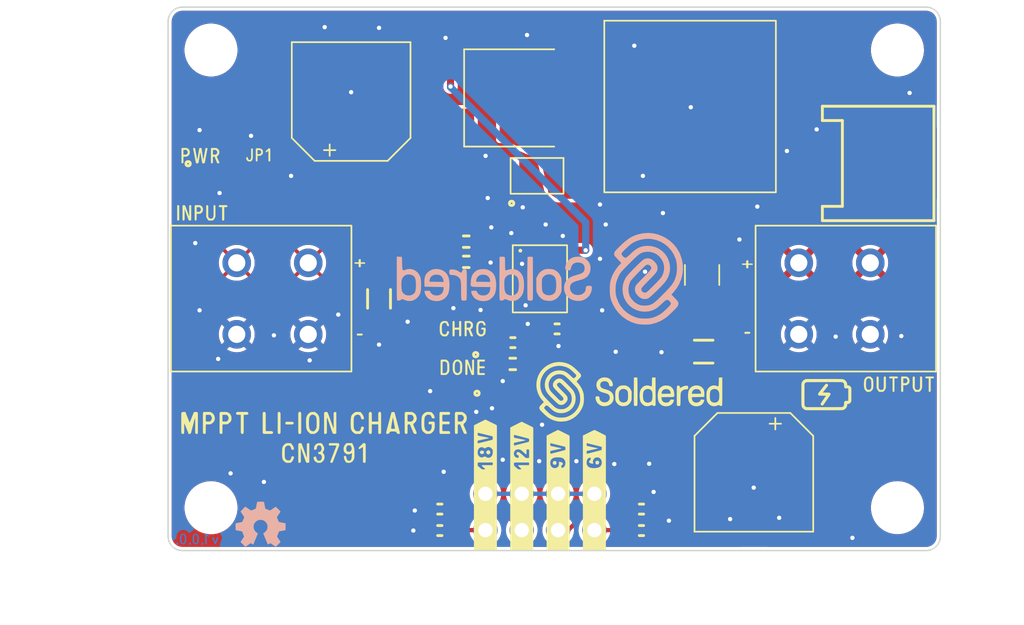
<source format=kicad_pcb>
(kicad_pcb (version 20211014) (generator pcbnew)
  (layers (0 "F.Cu" signal) (31 "B.Cu" signal) (34 "B.Paste" user) (35 "F.Paste" user) (36 "B.SilkS" user "B.Silkscreen") (37 "F.SilkS" user "F.Silkscreen") (38 "B.Mask" user) (39 "F.Mask" user) (44 "Edge.Cuts" user))
  (net 0 "")
  (net 1 "GND")
  (net 2 "VCC")
  (net 3 "Net-(C4-Pad1)")
  (net 4 "Net-(C5-Pad2)")
  (net 5 "BAT")
  (net 6 "Net-(D1-Pad1)")
  (net 7 "Net-(D1-Pad2)")
  (net 8 "Net-(D2-Pad2)")
  (net 9 "Net-(D3-Pad2)")
  (net 10 "Net-(JP1-Pad2)")
  (net 11 "Net-(K2-Pad1)")
  (net 12 "Net-(K2-Pad2)")
  (net 13 "Net-(K2-Pad3)")
  (net 14 "Net-(K2-Pad4)")
  (net 15 "Net-(R2-Pad2)")
  (net 16 "Net-(L1-Pad2)")
  (net 17 "Net-(D3-Pad1)")
  (net 18 "Net-(D5-Pad1)")
  (footprint "buzzardLabel" (layer "F.Cu") (at 112.2 123.4)
    (fp_text reference "" (at 0 0) (layer "F.SilkS") (effects (font (size 1.27 1.27))))
    (fp_text value "" (at 0 0) (layer "F.SilkS") (effects (font (size 1.27 1.27))))
  )
  (footprint "buzzardLabel" (layer "F.Cu") (at 126.03 130.6 90)
    (fp_text reference "" (at 0 0 90) (layer "F.SilkS") (effects (font (size 1.27 1.27))))
    (fp_text value "" (at 0 0 90) (layer "F.SilkS") (effects (font (size 1.27 1.27))))
  )
  (footprint "Soldered Graphics:Logo-Back-OSH-3.5mm" (layer "F.Cu") (at 107.77 128.36)
    (fp_text reference "G***" hide)
    (fp_text value "LOGO" hide)
  )
  (footprint "e-radionica.com footprinti:HOLE_3.2mm" (layer "F.Cu") (at 152.3 127.2)
    (fp_text reference "H2" hide)
    (fp_text value "HOLE_3.2mm" hide)
    (pad "" np_thru_hole circle locked (at 0 0) (size 3.2 3.2) (drill 3.2) (layers F&B.Cu *.Mask))
  )
  (footprint "e-radionica.com footprinti:0402LED" (layer "F.Cu") (at 122 118.6)
    (fp_text reference "D1")
    (fp_text value "Green")
    (pad "1" smd rect locked (at -0.55 0 90) (size 0.75 0.45) (layers "F.Cu" "F.Paste" "F.Mask") (net 6 "Net-(D1-Pad1)"))
    (pad "2" smd rect locked (at 0.55 0 90) (size 0.75 0.45) (layers "F.Cu" "F.Paste" "F.Mask") (net 7 "Net-(D1-Pad2)"))
  )
  (footprint "e-radionica.com footprinti:ELECTROLITIC_CAP_8x8x14.5" (layer "F.Cu") (at 114.1 98.8 90)
    (fp_text reference "C3")
    (fp_text value "VKMD1451H221MV")
    (pad "1" smd rect (at -3.3 0 180) (size 1.2 3.4) (layers "F.Cu" "F.Paste" "F.Mask") (net 2 "VCC"))
    (pad "2" smd rect (at 3.3 0 180) (size 1.2 3.4) (layers "F.Cu" "F.Paste" "F.Mask") (net 1 "GND"))
  )
  (footprint "buzzardLabel" (layer "F.Cu") (at 107.61 102.55)
    (fp_text reference "" (at 0 0) (layer "F.SilkS") (effects (font (size 1.27 1.27))))
    (fp_text value "" (at 0 0) (layer "F.SilkS") (effects (font (size 1.27 1.27))))
  )
  (footprint "buzzardLabel" (layer "F.Cu") (at 112.2 121.3)
    (fp_text reference "" (at 0 0) (layer "F.SilkS") (effects (font (size 1.27 1.27))))
    (fp_text value "" (at 0 0) (layer "F.SilkS") (effects (font (size 1.27 1.27))))
  )
  (footprint "e-radionica.com footprinti:TERMINAL_KF235-5.0-2P" (layer "F.Cu") (at 108.6 112.58 -90)
    (fp_text reference "K1")
    (fp_text value "TERMINAL_KF235-5.0-2P")
    (pad "1" thru_hole circle (at 2.5 -2.5 270) (size 2 2) (drill 1.2) (layers *.Cu *.Mask) (net 1 "GND"))
    (pad "1" thru_hole circle (at 2.5 2.5 270) (size 2 2) (drill 1.2) (layers *.Cu *.Mask) (net 1 "GND"))
    (pad "2" thru_hole circle (at -2.5 2.5 270) (size 2 2) (drill 1.2) (layers *.Cu *.Mask) (net 2 "VCC"))
    (pad "2" thru_hole circle (at -2.5 -2.5 270) (size 2 2) (drill 1.2) (layers *.Cu *.Mask) (net 2 "VCC"))
  )
  (footprint "buzzardLabel" (layer "F.Cu") (at 114.7 110.1)
    (fp_text reference "" (at 0 0) (layer "F.SilkS") (effects (font (size 1.27 1.27))))
    (fp_text value "" (at 0 0) (layer "F.SilkS") (effects (font (size 1.27 1.27))))
  )
  (footprint "Soldered Graphics:Logo-Front-SolderedFULL-13mm" (layer "F.Cu") (at 133.55 119.1)
    (fp_text reference "REF**" hide)
    (fp_text value "Logo-Front-SolderedFULL-13mm" hide)
  )
  (footprint "e-radionica.com footprinti:0603R" (layer "F.Cu") (at 120.3 128.8)
    (fp_text reference "R3")
    (fp_text value "30k")
    (pad "1" smd rect locked (at -0.775 0 90) (size 1 0.64) (layers "F.Cu" "F.Paste" "F.Mask") (net 1 "GND"))
    (pad "2" smd rect locked (at 0.775 0 90) (size 1 0.64) (layers "F.Cu" "F.Paste" "F.Mask") (net 11 "Net-(K2-Pad1)"))
  )
  (footprint "e-radionica.com footprinti:1206C" (layer "F.Cu") (at 138.75 116.29)
    (fp_text reference "C6")
    (fp_text value "10uF")
    (pad "1" smd rect locked (at -1.525 0 90) (size 1.75 1) (layers "F.Cu" "F.Paste" "F.Mask") (net 1 "GND"))
    (pad "2" smd rect locked (at 1.525 0 90) (size 1.75 1) (layers "F.Cu" "F.Paste" "F.Mask") (net 5 "BAT"))
  )
  (footprint "e-radionica.com footprinti:HEADER_FEMALE_4X2" (layer "F.Cu") (at 127.3 127.5 90)
    (fp_text reference "K2")
    (fp_text value "HEADER_FEMALE_4X2")
    (pad "1" thru_hole circle (at -1.27 -3.81 90) (size 1.7 1.7) (drill 1) (layers *.Cu *.Mask) (net 11 "Net-(K2-Pad1)"))
    (pad "2" thru_hole circle (at -1.27 -1.27 90) (size 1.7 1.7) (drill 1) (layers *.Cu *.Mask) (net 12 "Net-(K2-Pad2)"))
    (pad "3" thru_hole circle (at -1.27 1.27 90) (size 1.7 1.7) (drill 1) (layers *.Cu *.Mask) (net 13 "Net-(K2-Pad3)"))
    (pad "4" thru_hole circle (at -1.27 3.81 90) (size 1.7 1.7) (drill 1) (layers *.Cu *.Mask) (net 14 "Net-(K2-Pad4)"))
    (pad "5" thru_hole circle (at 1.27 3.81 90) (size 1.7 1.7) (drill 1) (layers *.Cu *.Mask) (net 14 "Net-(K2-Pad4)"))
    (pad "6" thru_hole circle (at 1.27 1.27 90) (size 1.7 1.7) (drill 1) (layers *.Cu *.Mask) (net 14 "Net-(K2-Pad4)"))
    (pad "7" thru_hole circle (at 1.27 -1.27 90) (size 1.7 1.7) (drill 1) (layers *.Cu *.Mask) (net 14 "Net-(K2-Pad4)"))
    (pad "8" thru_hole circle (at 1.27 -3.81 90) (size 1.7 1.7) (drill 1) (layers *.Cu *.Mask) (net 14 "Net-(K2-Pad4)"))
  )
  (footprint "e-radionica.com footprinti:SMD-JUMPER-CONNECTED_TRACE_SLODERMASK" (layer "F.Cu") (at 107.6 103.75 180)
    (fp_text reference "JP1")
    (fp_text value "SMD-JUMPER-CONNECTED_TRACE_SLODERMASK")
    (fp_poly (pts (xy 0.1 0.1) (xy -0.1 0.1) (xy -0.1 -0.1) (xy 0.1 -0.1)) (layer "F.Cu") (width 0.1) (fill solid))
    (pad "1" smd rect (at -0.35 0 180) (size 0.5 1) (layers "F.Cu" "F.Mask") (net 2 "VCC"))
    (pad "2" smd rect (at 0.35 0 180) (size 0.5 1) (layers "F.Cu" "F.Mask") (net 10 "Net-(JP1-Pad2)"))
  )
  (footprint "buzzardLabel" (layer "F.Cu") (at 103.69 106.6)
    (fp_text reference "" (at 0 0) (layer "F.SilkS") (effects (font (size 1.27 1.27))))
    (fp_text value "" (at 0 0) (layer "F.SilkS") (effects (font (size 1.27 1.27))))
  )
  (footprint "buzzardLabel" (layer "F.Cu") (at 141.8 110.18)
    (fp_text reference "" (at 0 0) (layer "F.SilkS") (effects (font (size 1.27 1.27))))
    (fp_text value "" (at 0 0) (layer "F.SilkS") (effects (font (size 1.27 1.27))))
  )
  (footprint "e-radionica.com footprinti:0603C" (layer "F.Cu") (at 125.4 117.15)
    (fp_text reference "C5")
    (fp_text value "220nF")
    (pad "1" smd rect locked (at -0.73 0) (size 0.66 1) (layers "F.Cu" "F.Paste" "F.Mask") (net 1 "GND"))
    (pad "2" smd rect locked (at 0.73 0) (size 0.66 1) (layers "F.Cu" "F.Paste" "F.Mask") (net 4 "Net-(C5-Pad2)"))
  )
  (footprint "buzzardLabel" (layer "F.Cu") (at 131.11 130.6 90)
    (fp_text reference "" (at 0 0 90) (layer "F.SilkS") (effects (font (size 1.27 1.27))))
    (fp_text value "" (at 0 0 90) (layer "F.SilkS") (effects (font (size 1.27 1.27))))
  )
  (footprint "buzzardLabel" (layer "F.Cu") (at 121.9 114.7)
    (fp_text reference "" (at 0 0) (layer "F.SilkS") (effects (font (size 1.27 1.27))))
    (fp_text value "" (at 0 0) (layer "F.SilkS") (effects (font (size 1.27 1.27))))
  )
  (footprint "e-radionica.com footprinti:JST-2pin-SMD" (layer "F.Cu") (at 150.05 103.13 -90)
    (fp_text reference "K3")
    (fp_text value "JST-2pin-SMD")
    (pad "" smd rect locked (at 3.3 -3.15 270) (size 1 3) (layers "F.Cu" "F.Paste" "F.Mask"))
    (pad "" smd rect locked (at -3.3 -3.15 270) (size 1 3) (layers "F.Cu" "F.Paste" "F.Mask"))
    (pad "1" smd rect locked (at 1 3.15 270) (size 1.1 2) (layers "F.Cu" "F.Paste" "F.Mask") (net 5 "BAT"))
    (pad "2" smd rect locked (at -1 3.15 270) (size 1.1 2) (layers "F.Cu" "F.Paste" "F.Mask") (net 1 "GND"))
  )
  (footprint "Soldered Graphics:Symbol-Front-Battery" (layer "F.Cu") (at 147.33 119.37)
    (fp_text reference "G***" hide)
    (fp_text value "LOGO" hide)
  )
  (footprint "e-radionica.com footprinti:CN3791" (layer "F.Cu") (at 127.3 111.2)
    (fp_text reference "U1")
    (fp_text value "CN3791")
    (pad "1" smd rect (at -2.3 -2 270) (size 0.35 1) (layers "F.Cu" "F.Paste" "F.Mask") (net 3 "Net-(C4-Pad1)"))
    (pad "2" smd rect (at -2.3 -1 270) (size 0.35 1) (layers "F.Cu" "F.Paste" "F.Mask") (net 1 "GND"))
    (pad "3" smd rect (at -2.3 0 270) (size 0.35 1) (layers "F.Cu" "F.Paste" "F.Mask") (net 8 "Net-(D2-Pad2)"))
    (pad "4" smd rect (at -2.3 1 270) (size 0.35 1) (layers "F.Cu" "F.Paste" "F.Mask") (net 7 "Net-(D1-Pad2)"))
    (pad "5" smd rect (at -2.3 2 270) (size 0.35 1) (layers "F.Cu" "F.Paste" "F.Mask") (net 15 "Net-(R2-Pad2)"))
    (pad "6" smd rect (at 2.3 2 270) (size 0.35 1) (layers "F.Cu" "F.Paste" "F.Mask") (net 14 "Net-(K2-Pad4)"))
    (pad "7" smd rect (at 2.3 1 270) (size 0.35 1) (layers "F.Cu" "F.Paste" "F.Mask") (net 5 "BAT"))
    (pad "8" smd rect (at 2.3 0 270) (size 0.35 1) (layers "F.Cu" "F.Paste" "F.Mask") (net 16 "Net-(L1-Pad2)"))
    (pad "9" smd rect (at 2.3 -1 270) (size 0.35 1) (layers "F.Cu" "F.Paste" "F.Mask") (net 2 "VCC"))
    (pad "10" smd rect (at 2.3 -2 270) (size 0.35 1) (layers "F.Cu" "F.Paste" "F.Mask") (net 17 "Net-(D3-Pad1)"))
  )
  (footprint "e-radionica.com footprinti:0603C" (layer "F.Cu") (at 122.15 110.01 180)
    (fp_text reference "C2")
    (fp_text value "1uF")
    (pad "1" smd rect locked (at -0.73 0 180) (size 0.66 1) (layers "F.Cu" "F.Paste" "F.Mask") (net 1 "GND"))
    (pad "2" smd rect locked (at 0.73 0 180) (size 0.66 1) (layers "F.Cu" "F.Paste" "F.Mask") (net 2 "VCC"))
  )
  (footprint "e-radionica.com footprinti:0402LED" (layer "F.Cu") (at 103.6 103.75 180)
    (fp_text reference "D5")
    (fp_text value "purple")
    (pad "1" smd rect locked (at -0.55 0 270) (size 0.75 0.45) (layers "F.Cu" "F.Paste" "F.Mask") (net 18 "Net-(D5-Pad1)"))
    (pad "2" smd rect locked (at 0.55 0 270) (size 0.75 0.45) (layers "F.Cu" "F.Paste" "F.Mask") (net 1 "GND"))
  )
  (footprint "e-radionica.com footprinti:DPAK" (layer "F.Cu") (at 123.2 98.55 180)
    (fp_text reference "D3")
    (fp_text value "AOD4185")
    (pad "1" smd rect (at 2.79 2.285 180) (size 3 1.6) (layers "F.Cu" "F.Paste" "F.Mask") (net 17 "Net-(D3-Pad1)"))
    (pad "2" smd rect (at -4.39 0 180) (size 6.2 5.8) (layers "F.Cu" "F.Paste" "F.Mask") (net 9 "Net-(D3-Pad2)"))
    (pad "3" smd rect (at 2.79 -2.285 180) (size 3 1.6) (layers "F.Cu" "F.Paste" "F.Mask") (net 2 "VCC"))
  )
  (footprint "e-radionica.com footprinti:RBR5LAM30ATFTR" (layer "F.Cu") (at 127.1 104 180)
    (fp_text reference "D4")
    (fp_text value "RBR5LAM30ATFTR")
    (pad "1" smd rect locked (at 2.2 0 180) (size 1.4 2) (layers "F.Cu" "F.Paste" "F.Mask") (net 1 "GND"))
    (pad "2" smd rect locked (at -2.2 0 180) (size 1.4 2) (layers "F.Cu" "F.Paste" "F.Mask") (net 9 "Net-(D3-Pad2)"))
  )
  (footprint "e-radionica.com footprinti:0402LED" (layer "F.Cu") (at 121.91 115.9)
    (fp_text reference "D2")
    (fp_text value "Red")
    (pad "1" smd rect locked (at -0.55 0 90) (size 0.75 0.45) (layers "F.Cu" "F.Paste" "F.Mask") (net 6 "Net-(D1-Pad1)"))
    (pad "2" smd rect locked (at 0.55 0 90) (size 0.75 0.45) (layers "F.Cu" "F.Paste" "F.Mask") (net 8 "Net-(D2-Pad2)"))
  )
  (footprint "e-radionica.com footprinti:0402R" (layer "F.Cu") (at 119.33 114.66 90)
    (fp_text reference "R1")
    (fp_text value "2k2")
    (pad "1" smd rect locked (at -0.5 0 180) (size 0.64 0.54) (layers "F.Cu" "F.Paste" "F.Mask") (net 6 "Net-(D1-Pad1)"))
    (pad "2" smd rect locked (at 0.5 0 180) (size 0.64 0.54) (layers "F.Cu" "F.Paste" "F.Mask") (net 2 "VCC"))
  )
  (footprint "e-radionica.com footprinti:1210R" (layer "F.Cu") (at 138.64 110.93 -90)
    (fp_text reference "R8")
    (fp_text value "40m")
    (pad "1" smd rect (at -1.525 0) (size 2.65 1.2) (layers "F.Cu" "F.Paste" "F.Mask") (net 16 "Net-(L1-Pad2)"))
    (pad "2" smd rect (at 1.525 0) (size 2.65 1.2) (layers "F.Cu" "F.Paste" "F.Mask") (net 5 "BAT"))
  )
  (footprint "e-radionica.com footprinti:0603R" (layer "F.Cu") (at 134.4 127.3 180)
    (fp_text reference "R6")
    (fp_text value "130k")
    (pad "1" smd rect locked (at -0.775 0 270) (size 1 0.64) (layers "F.Cu" "F.Paste" "F.Mask") (net 1 "GND"))
    (pad "2" smd rect locked (at 0.775 0 270) (size 1 0.64) (layers "F.Cu" "F.Paste" "F.Mask") (net 13 "Net-(K2-Pad3)"))
  )
  (footprint "Soldered Graphics:Logo-Back-SolderedFULL-20mm" (layer "F.Cu") (at 127.3 111.2)
    (fp_text reference "REF**" hide)
    (fp_text value "Logo-Front-SolderedFULL-20mm" hide)
  )
  (footprint "buzzardLabel" (layer "F.Cu") (at 128.57 130.6 90)
    (fp_text reference "" (at 0 0 90) (layer "F.SilkS") (effects (font (size 1.27 1.27))))
    (fp_text value "" (at 0 0 90) (layer "F.SilkS") (effects (font (size 1.27 1.27))))
  )
  (footprint "e-radionica.com footprinti:0603R" (layer "F.Cu") (at 120.3 127.3)
    (fp_text reference "R4")
    (fp_text value "62k")
    (pad "1" smd rect locked (at -0.775 0 90) (size 1 0.64) (layers "F.Cu" "F.Paste" "F.Mask") (net 1 "GND"))
    (pad "2" smd rect locked (at 0.775 0 90) (size 1 0.64) (layers "F.Cu" "F.Paste" "F.Mask") (net 12 "Net-(K2-Pad2)"))
  )
  (footprint "e-radionica.com footprinti:HOLE_3.2mm" (layer "F.Cu") (at 104.3 95.2)
    (fp_text reference "H1" hide)
    (fp_text value "HOLE_3.2mm" hide)
    (pad "" np_thru_hole circle locked (at 0 0) (size 3.2 3.2) (drill 3.2) (layers F&B.Cu *.Mask))
  )
  (footprint "buzzardLabel" (layer "F.Cu") (at 152.4 118.58)
    (fp_text reference "" (at 0 0) (layer "F.SilkS") (effects (font (size 1.27 1.27))))
    (fp_text value "" (at 0 0) (layer "F.SilkS") (effects (font (size 1.27 1.27))))
  )
  (footprint "buzzardLabel" (layer "F.Cu") (at 123.49 130.6 90)
    (fp_text reference "" (at 0 0 90) (layer "F.SilkS") (effects (font (size 1.27 1.27))))
    (fp_text value "" (at 0 0 90) (layer "F.SilkS") (effects (font (size 1.27 1.27))))
  )
  (footprint "e-radionica.com footprinti:HOLE_3.2mm" (layer "F.Cu") (at 104.3 127.2)
    (fp_text reference "H3" hide)
    (fp_text value "HOLE_3.2mm" hide)
    (pad "" np_thru_hole circle locked (at 0 0) (size 3.2 3.2) (drill 3.2) (layers F&B.Cu *.Mask))
  )
  (footprint "e-radionica.com footprinti:0603R" (layer "F.Cu") (at 134.4 128.8 180)
    (fp_text reference "R7")
    (fp_text value "75k")
    (pad "1" smd rect locked (at -0.775 0 270) (size 1 0.64) (layers "F.Cu" "F.Paste" "F.Mask") (net 1 "GND"))
    (pad "2" smd rect locked (at 0.775 0 270) (size 1 0.64) (layers "F.Cu" "F.Paste" "F.Mask") (net 14 "Net-(K2-Pad4)"))
  )
  (footprint "e-radionica.com footprinti:1206C" (layer "F.Cu") (at 116.05 112.6 90)
    (fp_text reference "C1")
    (fp_text value "10uF")
    (pad "1" smd rect locked (at -1.525 0 180) (size 1.75 1) (layers "F.Cu" "F.Paste" "F.Mask") (net 1 "GND"))
    (pad "2" smd rect locked (at 1.525 0 180) (size 1.75 1) (layers "F.Cu" "F.Paste" "F.Mask") (net 2 "VCC"))
  )
  (footprint "e-radionica.com footprinti:FIDUCIAL_23" (layer "F.Cu") (at 152.34 103.07)
    (fp_text reference "FD1")
    (fp_text value "FIDUCIAL")
    (fp_circle (center 0 0) (end 1 0) (layer "F.Cu") (width 0.2) (fill none))
    (pad "1" smd circle (at 0 0) (size 1 1) (layers "F.Cu" "F.Paste" "F.Mask") (clearance 1.1))
  )
  (footprint "buzzardLabel" (layer "F.Cu") (at 114.7 115.1)
    (fp_text reference "" (at 0 0) (layer "F.SilkS") (effects (font (size 1.27 1.27))))
    (fp_text value "" (at 0 0) (layer "F.SilkS") (effects (font (size 1.27 1.27))))
  )
  (footprint "e-radionica.com footprinti:TERMINAL_KF235-5.0-2P" (layer "F.Cu") (at 147.9 112.58 90)
    (fp_text reference "K6")
    (fp_text value "TERMINAL_KF235-5.0-2P")
    (pad "1" thru_hole circle (at 2.5 -2.5 90) (size 2 2) (drill 1.2) (layers *.Cu *.Mask) (net 5 "BAT"))
    (pad "1" thru_hole circle (at 2.5 2.5 90) (size 2 2) (drill 1.2) (layers *.Cu *.Mask) (net 5 "BAT"))
    (pad "2" thru_hole circle (at -2.5 2.5 90) (size 2 2) (drill 1.2) (layers *.Cu *.Mask) (net 1 "GND"))
    (pad "2" thru_hole circle (at -2.5 -2.5 90) (size 2 2) (drill 1.2) (layers *.Cu *.Mask) (net 1 "GND"))
  )
  (footprint "buzzardLabel" (layer "F.Cu") (at 103.55 102.6)
    (fp_text reference "" (at 0 0) (layer "F.SilkS") (effects (font (size 1.27 1.27))))
    (fp_text value "" (at 0 0) (layer "F.SilkS") (effects (font (size 1.27 1.27))))
  )
  (footprint "buzzardLabel" (layer "F.Cu") (at 141.8 114.98)
    (fp_text reference "" (at 0 0) (layer "F.SilkS") (effects (font (size 1.27 1.27))))
    (fp_text value "" (at 0 0) (layer "F.SilkS") (effects (font (size 1.27 1.27))))
  )
  (footprint "e-radionica.com footprinti:0402R" (layer "F.Cu") (at 105.7 103.75 180)
    (fp_text reference "R9")
    (fp_text value "2k2")
    (pad "1" smd rect locked (at -0.5 0 270) (size 0.64 0.54) (layers "F.Cu" "F.Paste" "F.Mask") (net 10 "Net-(JP1-Pad2)"))
    (pad "2" smd rect locked (at 0.5 0 270) (size 0.64 0.54) (layers "F.Cu" "F.Paste" "F.Mask") (net 18 "Net-(D5-Pad1)"))
  )
  (footprint "e-radionica.com footprinti:ELECTROLITIC_CAP_8x8x14.5" (layer "F.Cu") (at 142.26 124.73 -90)
    (fp_text reference "C7")
    (fp_text value "VKMD1451H221MV")
    (pad "1" smd rect (at -3.3 0) (size 1.2 3.4) (layers "F.Cu" "F.Paste" "F.Mask") (net 5 "BAT"))
    (pad "2" smd rect (at 3.3 0) (size 1.2 3.4) (layers "F.Cu" "F.Paste" "F.Mask") (net 1 "GND"))
  )
  (footprint "e-radionica.com footprinti:HOLE_3.2mm" (layer "F.Cu") (at 152.3 95.2)
    (fp_text reference "H4" hide)
    (fp_text value "HOLE_3.2mm" hide)
    (pad "" np_thru_hole circle locked (at 0 0) (size 3.2 3.2) (drill 3.2) (layers F&B.Cu *.Mask))
  )
  (footprint "e-radionica.com footprinti:0603R" (layer "F.Cu") (at 128.5 114.7 180)
    (fp_text reference "R5")
    (fp_text value "300k")
    (pad "1" smd rect locked (at -0.775 0 270) (size 1 0.64) (layers "F.Cu" "F.Paste" "F.Mask") (net 14 "Net-(K2-Pad4)"))
    (pad "2" smd rect locked (at 0.775 0 270) (size 1 0.64) (layers "F.Cu" "F.Paste" "F.Mask") (net 2 "VCC"))
  )
  (footprint "e-radionica.com footprinti:YPRH1209-470M" (layer "F.Cu") (at 137.8 99.15)
    (fp_text reference "L1")
    (fp_text value "YPRH1209-470M")
    (pad "1" smd rect (at -4.1 0 90) (size 5.4 2.8) (layers "F.Cu" "F.Paste" "F.Mask") (net 9 "Net-(D3-Pad2)"))
    (pad "2" smd rect (at 4.1 0 90) (size 5.4 2.8) (layers "F.Cu" "F.Paste" "F.Mask") (net 16 "Net-(L1-Pad2)"))
  )
  (footprint "e-radionica.com footprinti:0603C" (layer "F.Cu") (at 122.15 108.6 180)
    (fp_text reference "C4")
    (fp_text value "100nF")
    (pad "1" smd rect locked (at -0.73 0 180) (size 0.66 1) (layers "F.Cu" "F.Paste" "F.Mask") (net 3 "Net-(C4-Pad1)"))
    (pad "2" smd rect locked (at 0.73 0 180) (size 0.66 1) (layers "F.Cu" "F.Paste" "F.Mask") (net 2 "VCC"))
  )
  (footprint "e-radionica.com footprinti:0603R" (layer "F.Cu") (at 125.41 115.66 180)
    (fp_text reference "R2")
    (fp_text value "120R")
    (pad "1" smd rect locked (at -0.775 0 270) (size 1 0.64) (layers "F.Cu" "F.Paste" "F.Mask") (net 4 "Net-(C5-Pad2)"))
    (pad "2" smd rect locked (at 0.775 0 270) (size 1 0.64) (layers "F.Cu" "F.Paste" "F.Mask") (net 15 "Net-(R2-Pad2)"))
  )
  (footprint "buzzardLabel" (layer "F.Cu") (at 121.9 117.4)
    (fp_text reference "" (at 0 0) (layer "F.SilkS") (effects (font (size 1.27 1.27))))
    (fp_text value "" (at 0 0) (layer "F.SilkS") (effects (font (size 1.27 1.27))))
  )
  (footprint "Soldered Graphics:Version1.0.0." (layer "B.Cu") (at 103.3 129.4 180)
    (fp_text reference "Ref**" hide)
    (fp_text value "Val**" hide)
    (fp_poly (pts (xy 1.31 -0.38) (xy 1.36 -0.38) (xy 1.41 -0.37) (xy 1.42 -0.33) (xy 1.42 -0.27) (xy 1.38 -0.26) (xy 1.33 -0.26) (xy 1.3 -0.29) (xy 1.3 -0.34) (xy 1.31 -0.38)) (layer "B.Cu") (width 0.01) (fill solid))
    (fp_poly (pts (xy 0.93 -0.35) (xy 0.99 -0.35) (xy 1.04 -0.33) (xy 1.01 -0.28) (xy 0.91 -0.28) (xy 0.87 -0.25) (xy 0.85 -0.2) (xy 0.83 -0.15) (xy 0.83 -0.11) (xy 0.82 0.01) (xy 0.83 0.13) (xy 0.83 0.17) (xy 0.84 0.22) (xy 0.87 0.27) (xy 0.9 0.3) (xy 1.01 0.3) (xy 1.04 0.26) (xy 1.05 0.21) (xy 1.06 0.15) (xy 1.07 0.05) (xy 1.07 -0.08) (xy 1.06 -0.12) (xy 1.06 -0.17) (xy 1.04 -0.22) (xy 1.02 -0.27) (xy 1.01 -0.28) (xy 1.05 -0.32) (xy 1.09 -0.29) (xy 1.12 -0.26) (xy 1.14 -0.22) (xy 1.15 -0.16) (xy 1.16 -0.11) (xy 1.16 -0.06) (xy 1.16 0.06) (xy 1.16 0.12) (xy 1.15 0.17) (xy 1.14 0.22) (xy 1.13 0.27) (xy 1.1 0.3) (xy 1.06 0.34) (xy 1.01 0.37) (xy 0.95 0.38) (xy 0.9 0.38) (xy 0.84 0.35) (xy 0.8 0.31) (xy 0.78 0.28) (xy 0.75 0.23) (xy 0.74 0.18) (xy 0.74 0.13) (xy 0.73 0.08) (xy 0.73 -0.04) (xy 0.73 -0.1) (xy 0.74 -0.14) (xy 0.75 -0.2) (xy 0.77 -0.25) (xy 0.79 -0.28) (xy 0.83 -0.32) (xy 0.89 -0.35) (xy 0.93 -0.35)) (layer "B.Cu") (width 0.01) (fill solid))
    (fp_poly (pts (xy -0.67 -0.35) (xy -0.62 -0.35) (xy -0.6 -0.31) (xy -0.6 0.35) (xy -0.64 0.38) (xy -0.69 0.38) (xy -0.73 0.34) (xy -0.84 0.22) (xy -0.86 0.17) (xy -0.83 0.16) (xy -0.73 0.22) (xy -0.69 0.23) (xy -0.69 -0.31) (xy -0.67 -0.35)) (layer "B.Cu") (width 0.01) (fill solid))
    (fp_poly (pts (xy 0.43 -0.38) (xy 0.48 -0.38) (xy 0.54 -0.37) (xy 0.54 -0.33) (xy 0.54 -0.27) (xy 0.5 -0.26) (xy 0.45 -0.26) (xy 0.42 -0.29) (xy 0.42 -0.34) (xy 0.43 -0.38)) (layer "B.Cu") (width 0.01) (fill solid))
    (fp_poly (pts (xy 0.06 -0.35) (xy 0.11 -0.35) (xy 0.17 -0.33) (xy 0.13 -0.28) (xy 0.03 -0.28) (xy -0.01 -0.25) (xy -0.03 -0.2) (xy -0.05 -0.15) (xy -0.05 -0.11) (xy -0.05 0.01) (xy -0.05 0.13) (xy -0.05 0.17) (xy -0.03 0.22) (xy -0.01 0.27) (xy 0.02 0.3) (xy 0.13 0.3) (xy 0.16 0.26) (xy 0.18 0.21) (xy 0.18 0.15) (xy 0.19 0.05) (xy 0.19 -0.08) (xy 0.19 -0.12) (xy 0.18 -0.17) (xy 0.16 -0.22) (xy 0.14 -0.27) (xy 0.14 -0.28) (xy 0.17 -0.32) (xy 0.21 -0.29) (xy 0.24 -0.26) (xy 0.26 -0.22) (xy 0.27 -0.16) (xy 0.28 -0.11) (xy 0.28 -0.06) (xy 0.28 0.06) (xy 0.28 0.12) (xy 0.27 0.17) (xy 0.26 0.22) (xy 0.25 0.27) (xy 0.22 0.3) (xy 0.19 0.34) (xy 0.13 0.37) (xy 0.08 0.38) (xy 0.02 0.38) (xy -0.03 0.35) (xy -0.08 0.31) (xy -0.1 0.28) (xy -0.12 0.23) (xy -0.14 0.18) (xy -0.14 0.13) (xy -0.15 0.08) (xy -0.15 -0.04) (xy -0.14 -0.1) (xy -0.14 -0.14) (xy -0.13 -0.2) (xy -0.11 -0.25) (xy -0.08 -0.28) (xy -0.05 -0.32) (xy 0.01 -0.35) (xy 0.06 -0.35)) (layer "B.Cu") (width 0.01) (fill solid))
    (fp_poly (pts (xy -0.44 -0.38) (xy -0.39 -0.38) (xy -0.34 -0.37) (xy -0.34 -0.33) (xy -0.34 -0.27) (xy -0.38 -0.26) (xy -0.43 -0.26) (xy -0.46 -0.29) (xy -0.46 -0.34) (xy -0.44 -0.38)) (layer "B.Cu") (width 0.01) (fill solid))
    (fp_poly (pts (xy -1.33 -0.35) (xy -1.27 -0.35) (xy -1.25 -0.31) (xy -1.09 0.1) (xy -1.11 0.13) (xy -1.16 0.13) (xy -1.19 0.1) (xy -1.28 -0.16) (xy -1.3 -0.21) (xy -1.32 -0.17) (xy -1.41 0.09) (xy -1.44 0.13) (xy -1.49 0.13) (xy -1.51 0.1) (xy -1.36 -0.31) (xy -1.33 -0.35)) (layer "B.Cu") (width 0.01) (fill solid))
  )
  (gr_arc (start 102.3 130.2) (mid 101.592893 129.907107) (end 101.3 129.2) (layer "Edge.Cuts") (width 0.1))
  (gr_line (start 102.3 130.2) (end 154.3 130.2) (layer "Edge.Cuts") (width 0.1))
  (gr_arc (start 154.3 92.2) (mid 155.007107 92.492893) (end 155.3 93.2) (layer "Edge.Cuts") (width 0.1))
  (gr_line (start 154.3 92.2) (end 102.3 92.2) (layer "Edge.Cuts") (width 0.1))
  (gr_line (start 155.3 129.2) (end 155.3 93.2) (layer "Edge.Cuts") (width 0.1))
  (gr_arc (start 155.3 129.2) (mid 155.007107 129.907107) (end 154.3 130.2) (layer "Edge.Cuts") (width 0.1))
  (gr_line (start 101.3 93.2) (end 101.3 129.2) (layer "Edge.Cuts") (width 0.1))
  (gr_arc (start 101.3 93.2) (mid 101.592893 92.492893) (end 102.3 92.2) (layer "Edge.Cuts") (width 0.1))
  (via (at 131.5 106) (size 0.5) (drill 0.3) (layers "F.Cu" "B.Cu") (net 1))
  (via (at 126.05 110.15) (size 0.5) (drill 0.3) (layers "F.Cu" "B.Cu") (net 1))
  (via (at 146.65 100.75) (size 0.5) (drill 0.3) (layers "F.Cu" "B.Cu") (net 1))
  (via (at 122.85 120.5) (size 0.5) (drill 0.3) (layers "F.Cu" "B.Cu") (net 1))
  (via (at 147.98 115.24) (size 0.5) (drill 0.3) (layers "F.Cu" "B.Cu") (net 1))
  (via (at 131.9 107.4) (size 0.5) (drill 0.3) (layers "F.Cu" "B.Cu") (net 1))
  (via (at 105.67 124.8) (size 0.5) (drill 0.3) (layers "F.Cu" "B.Cu") (net 1))
  (via (at 126.3 113.05) (size 0.5) (drill 0.3) (layers "F.Cu" "B.Cu") (net 1))
  (via (at 131.65 113.4) (size 0.5) (drill 0.3) (layers "F.Cu" "B.Cu") (net 1))
  (via (at 126.1 106.2) (size 0.5) (drill 0.3) (layers "F.Cu" "B.Cu") (net 1))
  (via (at 118.05 114.2) (size 0.5) (drill 0.3) (layers "F.Cu" "B.Cu") (net 1))
  (via (at 125.3 108) (size 0.5) (drill 0.3) (layers "F.Cu" "B.Cu") (net 1))
  (via (at 140.6 128) (size 0.5) (drill 0.3) (layers "F.Cu" "B.Cu") (net 1))
  (via (at 127.45 121.4) (size 0.5) (drill 0.3) (layers "F.Cu" "B.Cu") (net 1))
  (via (at 111.2 116.9) (size 0.5) (drill 0.3) (layers "F.Cu" "B.Cu") (net 1))
  (via (at 123.5 102.6) (size 0.5) (drill 0.3) (layers "F.Cu" "B.Cu") (net 1))
  (via (at 152.57 115.2) (size 0.5) (drill 0.3) (layers "F.Cu" "B.Cu") (net 1))
  (via (at 120.7 94.35) (size 0.5) (drill 0.3) (layers "F.Cu" "B.Cu") (net 1))
  (via (at 132.6 116.3) (size 0.5) (drill 0.3) (layers "F.Cu" "B.Cu") (net 1))
  (via (at 149.15 129.31) (size 0.5) (drill 0.3) (layers "F.Cu" "B.Cu") (net 1))
  (via (at 137.85 99.2) (size 0.5) (drill 0.3) (layers "F.Cu" "B.Cu") (net 1))
  (via (at 108.7 115.15) (size 0.5) (drill 0.3) (layers "F.Cu" "B.Cu") (net 1))
  (via (at 144.03 127.91) (size 0.5) (drill 0.3) (layers "F.Cu" "B.Cu") (net 1))
  (via (at 104.8 116.8) (size 0.5) (drill 0.3) (layers "F.Cu" "B.Cu") (net 1))
  (via (at 129.85 123.95) (size 0.5) (drill 0.3) (layers "F.Cu" "B.Cu") (net 1))
  (via (at 127.25 123.95) (size 0.5) (drill 0.3) (layers "F.Cu" "B.Cu") (net 1))
  (via (at 113.2 113.7) (size 0.5) (drill 0.3) (layers "F.Cu" "B.Cu") (net 1))
  (via (at 124.7 118.35) (size 0.5) (drill 0.3) (layers "F.Cu" "B.Cu") (net 1))
  (via (at 116.05 115.8) (size 0.5) (drill 0.3) (layers "F.Cu" "B.Cu") (net 1))
  (via (at 123.95 120.25) (size 0.5) (drill 0.3) (layers "F.Cu" "B.Cu") (net 1))
  (via (at 103.5 113.4) (size 0.5) (drill 0.3) (layers "F.Cu" "B.Cu") (net 1))
  (via (at 124.7 123.85) (size 0.5) (drill 0.3) (layers "F.Cu" "B.Cu") (net 1))
  (via (at 134.5 104) (size 0.5) (drill 0.3) (layers "F.Cu" "B.Cu") (net 1))
  (via (at 103.2 108.7) (size 0.5) (drill 0.3) (layers "F.Cu" "B.Cu") (net 1))
  (via (at 134.65 110.7) (size 0.5) (drill 0.3) (layers "F.Cu" "B.Cu") (net 1))
  (via (at 116.05 93.65) (size 0.5) (drill 0.3) (layers "F.Cu" "B.Cu") (net 1))
  (via (at 118.55 127.4) (size 0.5) (drill 0.3) (layers "F.Cu" "B.Cu") (net 1))
  (via (at 118.45 128.8) (size 0.5) (drill 0.3) (layers "F.Cu" "B.Cu") (net 1))
  (via (at 114.1 98.15) (size 0.5) (drill 0.3) (layers "F.Cu" "B.Cu") (net 1))
  (via (at 141.25 108.45) (size 0.5) (drill 0.3) (layers "F.Cu" "B.Cu") (net 1))
  (via (at 103.5 100.8) (size 0.5) (drill 0.3) (layers "F.Cu" "B.Cu") (net 1))
  (via (at 104.9 105.2) (size 0.5) (drill 0.3) (layers "F.Cu" "B.Cu") (net 1))
  (via (at 133.9 94.9) (size 0.5) (drill 0.3) (layers "F.Cu" "B.Cu") (net 1))
  (via (at 107.1 101.2) (size 0.5) (drill 0.3) (layers "F.Cu" "B.Cu") (net 1))
  (via (at 128.9 108.2) (size 0.5) (drill 0.3) (layers "F.Cu" "B.Cu") (net 1))
  (via (at 136.32 128.11) (size 0.5) (drill 0.3) (layers "F.Cu" "B.Cu") (net 1))
  (via (at 126.4 94.15) (size 0.5) (drill 0.3) (layers "F.Cu" "B.Cu") (net 1))
  (via (at 112.25 93.6) (size 0.5) (drill 0.3) (layers "F.Cu" "B.Cu") (net 1))
  (via (at 153.15 98.2) (size 0.5) (drill 0.3) (layers "F.Cu" "B.Cu") (net 1))
  (via (at 120.57 124.69) (size 0.5) (drill 0.3) (layers "F.Cu" "B.Cu") (net 1))
  (via (at 123.65 105.55) (size 0.5) (drill 0.3) (layers "F.Cu" "B.Cu") (net 1))
  (via (at 142.25 125.8) (size 0.5) (drill 0.3) (layers "F.Cu" "B.Cu") (net 1))
  (via (at 119.625 119.05) (size 0.5) (drill 0.3) (layers "F.Cu" "B.Cu") (net 1))
  (via (at 126.45 114.35) (size 0.5) (drill 0.3) (layers "F.Cu" "B.Cu") (net 1))
  (via (at 123.85 110.06) (size 0.5) (drill 0.3) (layers "F.Cu" "B.Cu") (net 1))
  (via (at 132.5 124.15) (size 0.5) (drill 0.3) (layers "F.Cu" "B.Cu") (net 1))
  (via (at 131.5 109.8) (size 0.5) (drill 0.3) (layers "F.Cu" "B.Cu") (net 1))
  (via (at 144.57 102.26) (size 0.5) (drill 0.3) (layers "F.Cu" "B.Cu") (net 1))
  (via (at 135.8 116.33) (size 0.5) (drill 0.3) (layers "F.Cu" "B.Cu") (net 1))
  (via (at 135.9 106.6) (size 0.5) (drill 0.3) (layers "F.Cu" "B.Cu") (net 1))
  (via (at 123.15 113.38) (size 0.5) (drill 0.3) (layers "F.Cu" "B.Cu") (net 1))
  (via (at 134.94 124.13) (size 0.5) (drill 0.3) (layers "F.Cu" "B.Cu") (net 1))
  (via (at 135.25 126.1) (size 0.5) (drill 0.3) (layers "F.Cu" "B.Cu") (net 1))
  (via (at 108 125.4) (size 0.5) (drill 0.3) (layers "F.Cu" "B.Cu") (net 1))
  (via (at 128.6 115.9) (size 0.5) (drill 0.3) (layers "F.Cu" "B.Cu") (net 1))
  (via (at 127.7 107.4) (size 0.5) (drill 0.3) (layers "F.Cu" "B.Cu") (net 1))
  (via (at 142.5 106.15) (size 0.5) (drill 0.3) (layers "F.Cu" "B.Cu") (net 1))
  (via (at 121.25 113.25) (size 0.5) (drill 0.3) (layers "F.Cu" "B.Cu") (net 1))
  (via (at 123.9 107.6) (size 0.5) (drill 0.3) (layers "F.Cu" "B.Cu") (net 1))
  (via (at 109.9 104) (size 0.5) (drill 0.3) (layers "F.Cu" "B.Cu") (net 1))
  (segment (start 128.030741 110.2) (end 128.5 110.2) (width 0.5) (layer "F.Cu") (net 2))
  (segment (start 109.1 102.6) (end 113.6 102.6) (width 0.25) (layer "F.Cu") (net 2))
  (segment (start 122.1 106.66) (end 125.16 106.66) (width 0.5) (layer "F.Cu") (net 2))
  (segment (start 127.340489 108.840489) (end 127.340489 109.509748) (width 0.5) (layer "F.Cu") (net 2))
  (segment (start 119.33 114.16) (end 119.33 113.17) (width 0.25) (layer "F.Cu") (net 2))
  (segment (start 121.42 108.6) (end 121.42 107.34) (width 0.5) (layer "F.Cu") (net 2))
  (segment (start 125.16 106.66) (end 127.340489 108.840489) (width 0.5) (layer "F.Cu") (net 2))
  (segment (start 127.725 114.7) (end 127.725 110.975) (width 0.3) (layer "F.Cu") (net 2))
  (segment (start 113.6 102.6) (end 114.1 102.1) (width 0.25) (layer "F.Cu") (net 2))
  (segment (start 121.42 107.34) (end 122.1 106.66) (width 0.5) (layer "F.Cu") (net 2))
  (segment (start 128.5 110.2) (end 129.6 110.2) (width 0.5) (layer "F.Cu") (net 2))
  (segment (start 127.725 110.975) (end 128.5 110.2) (width 0.3) (layer "F.Cu") (net 2))
  (segment (start 107.95 103.75) (end 109.1 102.6) (width 0.25) (layer "F.Cu") (net 2))
  (segment (start 119.33 113.17) (end 121.42 111.08) (width 0.25) (layer "F.Cu") (net 2))
  (segment (start 121.42 111.08) (end 121.42 110.01) (width 0.25) (layer "F.Cu") (net 2))
  (segment (start 127.340489 109.509748) (end 128.030741 110.2) (width 0.5) (layer "F.Cu") (net 2))
  (segment (start 122.88 108.6) (end 124.4 108.6) (width 0.3) (layer "F.Cu") (net 3))
  (segment (start 124.4 108.6) (end 125 109.2) (width 0.3) (layer "F.Cu") (net 3))
  (segment (start 126.185 117.095) (end 126.13 117.15) (width 0.25) (layer "F.Cu") (net 4))
  (segment (start 126.185 115.66) (end 126.185 117.095) (width 0.25) (layer "F.Cu") (net 4))
  (segment (start 138.385 112.2) (end 129.6 112.2) (width 0.4) (layer "F.Cu") (net 5))
  (segment (start 138.64 112.455) (end 138.385 112.2) (width 0.4) (layer "F.Cu") (net 5))
  (segment (start 121.45 115.99) (end 121.36 115.9) (width 0.25) (layer "F.Cu") (net 6))
  (segment (start 121.36 115.9) (end 120.22 115.9) (width 0.25) (layer "F.Cu") (net 6))
  (segment (start 121.45 118.6) (end 121.45 115.99) (width 0.25) (layer "F.Cu") (net 6))
  (segment (start 120.22 115.9) (end 119.48 115.16) (width 0.25) (layer "F.Cu") (net 6))
  (segment (start 119.48 115.16) (end 119.33 115.16) (width 0.25) (layer "F.Cu") (net 6))
  (segment (start 123.81 113.065) (end 123.81 117.34) (width 0.25) (layer "F.Cu") (net 7))
  (segment (start 123.81 117.34) (end 122.55 118.6) (width 0.25) (layer "F.Cu") (net 7))
  (segment (start 125 112.2) (end 124.675 112.2) (width 0.25) (layer "F.Cu") (net 7))
  (segment (start 124.675 112.2) (end 123.81 113.065) (width 0.25) (layer "F.Cu") (net 7))
  (segment (start 122.46 115.9) (end 122.46 112.84) (width 0.25) (layer "F.Cu") (net 8))
  (segment (start 124.1 111.2) (end 125 111.2) (width 0.25) (layer "F.Cu") (net 8))
  (segment (start 122.46 112.84) (end 124.1 111.2) (width 0.25) (layer "F.Cu") (net 8))
  (segment (start 106.2 103.75) (end 107.25 103.75) (width 0.25) (layer "F.Cu") (net 10))
  (segment (start 121.105 128.77) (end 121.075 128.8) (width 0.3) (layer "F.Cu") (net 11))
  (segment (start 123.49 128.77) (end 121.105 128.77) (width 0.3) (layer "F.Cu") (net 11))
  (segment (start 121.075 127.3) (end 121.295 127.52) (width 0.3) (layer "F.Cu") (net 12))
  (segment (start 121.295 127.52) (end 124.78 127.52) (width 0.3) (layer "F.Cu") (net 12))
  (segment (start 124.78 127.52) (end 126.03 128.77) (width 0.3) (layer "F.Cu") (net 12))
  (segment (start 129.28 128.77) (end 128.57 128.77) (width 0.3) (layer "F.Cu") (net 13))
  (segment (start 133.445 127.48) (end 130.57 127.48) (width 0.3) (layer "F.Cu") (net 13))
  (segment (start 133.625 127.3) (end 133.445 127.48) (width 0.3) (layer "F.Cu") (net 13))
  (segment (start 130.57 127.48) (end 129.28 128.77) (width 0.3) (layer "F.Cu") (net 13))
  (segment (start 131.11 114.71) (end 129.6 113.2) (width 0.3) (layer "F.Cu") (net 14))
  (segment (start 129.275 113.525) (end 129.275 114.7) (width 0.3) (layer "F.Cu") (net 14))
  (segment (start 129.6 113.2) (end 129.275 113.525) (width 0.3) (layer "F.Cu") (net 14))
  (segment (start 131.11 128.77) (end 133.595 128.77) (width 0.3) (layer "F.Cu") (net 14))
  (segment (start 131.11 126.23) (end 131.11 114.71) (width 0.3) (layer "F.Cu") (net 14))
  (segment (start 133.595 128.77) (end 133.625 128.8) (width 0.3) (layer "F.Cu") (net 14))
  (segment (start 131.11 126.23) (end 131.11 128.77) (width 0.3) (layer "B.Cu") (net 14))
  (segment (start 131.11 126.23) (end 123.49 126.23) (width 0.3) (layer "B.Cu") (net 14))
  (segment (start 124.635 113.565) (end 125 113.2) (width 0.25) (layer "F.Cu") (net 15))
  (segment (start 124.635 115.66) (end 124.635 113.565) (width 0.25) (layer "F.Cu") (net 15))
  (segment (start 138.605 109.44) (end 133.44 109.44) (width 0.4) (layer "F.Cu") (net 16))
  (segment (start 138.605 109.44) (end 138.64 109.405) (width 0.3) (layer "F.Cu") (net 16))
  (segment (start 131.68 111.2) (end 129.6 111.2) (width 0.4) (layer "F.Cu") (net 16))
  (segment (start 137.835 109.425) (end 137.82 109.44) (width 0.3) (layer "F.Cu") (net 16))
  (segment (start 133.44 109.44) (end 131.68 111.2) (width 0.4) (layer "F.Cu") (net 16))
  (segment (start 121.05 97.75) (end 121.05 96.905) (width 0.5) (layer "F.Cu") (net 17))
  (segment (start 121.05 96.905) (end 120.41 96.265) (width 0.5) (layer "F.Cu") (net 17))
  (segment (start 130.5 109.2) (end 129.6 109.2) (width 0.5) (layer "F.Cu") (net 17))
  (via (at 130.5 109.2) (size 0.5) (drill 0.3) (layers "F.Cu" "B.Cu") (net 17))
  (via (at 121.05 97.75) (size 0.5) (drill 0.3) (layers "F.Cu" "B.Cu") (net 17))
  (segment (start 121.05 97.8) (end 121.05 97.75) (width 0.5) (layer "B.Cu") (net 17))
  (segment (start 130.5 107.25) (end 121.05 97.8) (width 0.5) (layer "B.Cu") (net 17))
  (segment (start 130.5 109.2) (end 130.5 107.25) (width 0.5) (layer "B.Cu") (net 17))
  (segment (start 105.2 103.75) (end 104.15 103.75) (width 0.25) (layer "F.Cu") (net 18))
  (zone (net 16) (net_name "Net-(L1-Pad2)") (layer "F.Cu") (priority 2) (connect_pads yes (clearance 0.254)) (min_thickness 0.254) (fill yes (thermal_gap 0.254) (thermal_bridge_width 0.508))
    (polygon (pts (xy 143.3 101.85) (xy 139.95 108.81) (xy 139.95 110.04) (xy 137.29 110.04) (xy 137.29 108.81) (xy 140.5 101.85) (xy 140.5 96.45) (xy 143.3 96.45)))
  )
  (zone (net 2) (net_name "VCC") (layer "F.Cu") (priority 2) (connect_pads (clearance 0.254)) (min_thickness 0.254) (fill yes (thermal_gap 0.254) (thermal_bridge_width 0.254))
    (polygon (pts (xy 121.75 108.09) (xy 121.75 111) (xy 120.9 112) (xy 120.2 112.81) (xy 118.48 112.81) (xy 117.126533 112.839774) (xy 115.166533 112.819774) (xy 112.232222 112.84) (xy 105.482222 112.85) (xy 104.05 112.25) (xy 104.05 108.09) (xy 104.05 107.27) (xy 105.48 106.43) (xy 110.65 105.25) (xy 112.02 103.89) (xy 112.05 100) (xy 113.3 99.35) (xy 122.4 99.3) (xy 122.7 99.65) (xy 122.7 103.3) (xy 121.75 104.35)))
  )
  (zone (net 5) (net_name "BAT") (layer "F.Cu") (name "BAT") (priority 1) (connect_pads (clearance 0.508)) (min_thickness 0.254) (fill yes (thermal_gap 0.254) (thermal_bridge_width 0.508))
    (polygon (pts (xy 150.45 106.3) (xy 152.93 109.24) (xy 152.9 112.45) (xy 152.45 113) (xy 147.824996 113.025002) (xy 143.6 113.05) (xy 143.2 113.45) (xy 143.200059 116.66623) (xy 144.79 118.2) (xy 144.802939 123.202492) (xy 143.812939 125.052492) (xy 140.705374 125.057148) (xy 139.755374 123.197148) (xy 138.65 116.86) (xy 136.62 113.07) (xy 136.61 111.87) (xy 137.420795 110.62655) (xy 141.780795 110.61655) (xy 143.99 106.19) (xy 145.555787 103.416959) (xy 145.9 102.94) (xy 147.94 102.94)))
  )
  (zone (net 9) (net_name "Net-(D3-Pad2)") (layer "F.Cu") (priority 2) (connect_pads yes (clearance 0.254)) (min_thickness 0.254) (fill yes (thermal_gap 0.254) (thermal_bridge_width 0.508))
    (polygon (pts (xy 128.289736 95.66) (xy 132.3 96.45) (xy 135.09 96.47) (xy 135.09 101.87) (xy 129.9 105.6) (xy 128.5 105.6) (xy 127.9 105.2) (xy 127.3 102.6) (xy 124.5 101.4) (xy 124.5 97.02) (xy 124.499736 95.65)))
  )
  (zone (net 1) (net_name "GND") (layers F&B.Cu) (connect_pads (clearance 0.254)) (min_thickness 0.254) (fill yes (thermal_gap 0.254) (thermal_bridge_width 0.508))
    (polygon (pts (xy 155.3 130.2) (xy 101.3 130.2) (xy 101.3 92.2) (xy 155.3 92.2)))
  )
)
</source>
